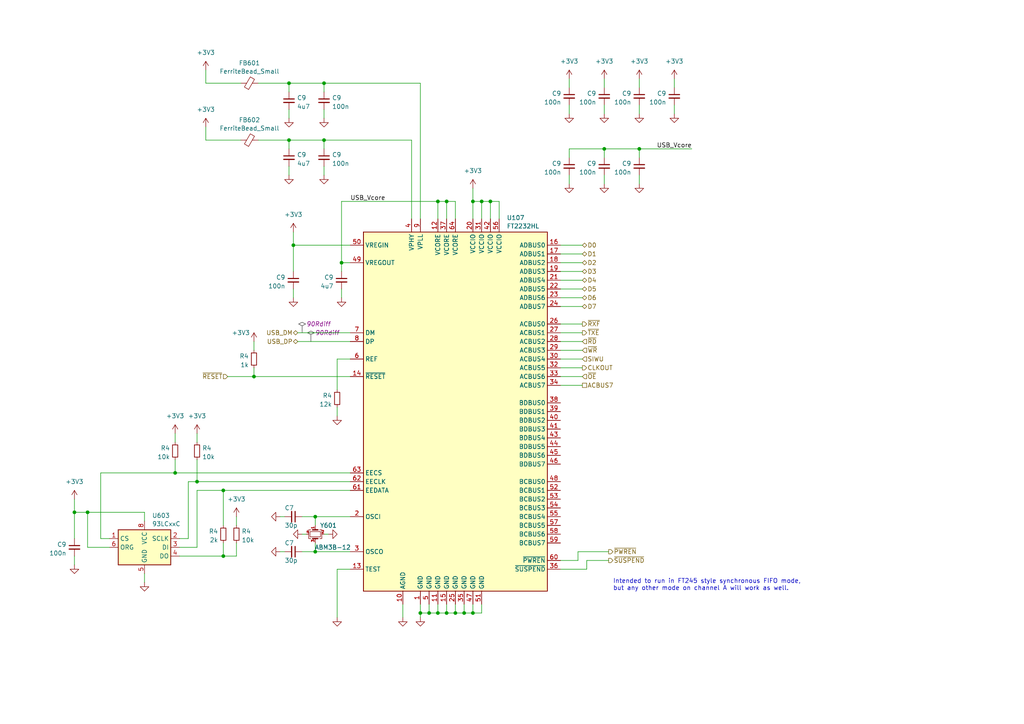
<source format=kicad_sch>
(kicad_sch (version 20230121) (generator eeschema)
  (paper "A4")
  (lib_symbols
    (symbol "Device:C_Small" (pin_numbers hide) (pin_names (offset 0.254) hide)
      (property "Reference" "C" (at 0.254 1.778 0))
      (property "Value" "C_Small" (at 0.254 -2.032 0))
      (symbol "C_Small_0_1"
        (polyline (pts (xy -1.524 -0.508) (xy 1.524 -0.508)) (stroke (width 0.3302)))
        (polyline (pts (xy -1.524 0.508) (xy 1.524 0.508)) (stroke (width 0.3048)))
      )
      (symbol "C_Small_1_1"
        (pin passive line (at 0 2.54 270) (length 2.032) (name "~") (number "1"))
        (pin passive line (at 0 -2.54 90) (length 2.032) (name "~") (number "2"))
      )
    )
    (symbol "Device:Crystal_GND24_Small" (pin_names (offset 1.016) hide)
      (property "Reference" "Y" (at 1.27 4.445 0))
      (property "Value" "Crystal_GND24_Small" (at 1.27 2.54 0))
      (symbol "Crystal_GND24_Small_0_1"
        (rectangle (start -0.762 -1.524) (end 0.762 1.524))
        (polyline (pts (xy -1.27 -0.762) (xy -1.27 0.762)) (stroke (width 0.381)))
        (polyline (pts (xy 1.27 -0.762) (xy 1.27 0.762)) (stroke (width 0.381)))
        (polyline (pts (xy -1.27 -1.27) (xy -1.27 -1.905) (xy 1.27 -1.905) (xy 1.27 -1.27)))
        (polyline (pts (xy -1.27 1.27) (xy -1.27 1.905) (xy 1.27 1.905) (xy 1.27 1.27)))
      )
      (symbol "Crystal_GND24_Small_1_1"
        (pin passive line (at -2.54 0 0) (length 1.27) (name "1") (number "1"))
        (pin passive line (at 0 -2.54 90) (length 0.635) (name "2") (number "2"))
        (pin passive line (at 2.54 0 180) (length 1.27) (name "3") (number "3"))
        (pin passive line (at 0 2.54 270) (length 0.635) (name "4") (number "4"))
      )
    )
    (symbol "Device:FerriteBead_Small" (pin_numbers hide) (pin_names (offset 0))
      (property "Reference" "FB" (at 1.905 1.27 0))
      (property "Value" "FerriteBead_Small" (at 1.905 -1.27 0))
      (symbol "FerriteBead_Small_0_1"
        (polyline (pts (xy 0 -1.27) (xy 0 -0.7874)))
        (polyline (pts (xy 0 0.889) (xy 0 1.2954)))
        (polyline (pts (xy -1.8288 0.2794) (xy -1.1176 1.4986) (xy 1.8288 -0.2032) (xy 1.1176 -1.4224) (xy -1.8288 0.2794)))
      )
      (symbol "FerriteBead_Small_1_1"
        (pin passive line (at 0 2.54 270) (length 1.27) (name "~") (number "1"))
        (pin passive line (at 0 -2.54 90) (length 1.27) (name "~") (number "2"))
      )
    )
    (symbol "Device:R_Small" (pin_numbers hide) (pin_names (offset 0.254) hide)
      (property "Reference" "R" (at 0.762 0.508 0))
      (property "Value" "R_Small" (at 0.762 -1.016 0))
      (symbol "R_Small_0_1"
        (rectangle (start -0.762 1.778) (end 0.762 -1.778) (stroke (width 0.2032)))
      )
      (symbol "R_Small_1_1"
        (pin passive line (at 0 2.54 270) (length 0.762) (name "~") (number "1"))
        (pin passive line (at 0 -2.54 90) (length 0.762) (name "~") (number "2"))
      )
    )
    (symbol "Interface_USB:FT2232HL"
      (property "Reference" "U" (at -26.67 53.34 0))
      (property "Value" "FT2232HL" (at 19.05 53.34 0))
      (symbol "FT2232HL_0_1"
        (rectangle (start -26.67 -52.07) (end 26.67 52.07) (stroke (width 0.254)) (fill (type background)))
      )
      (symbol "FT2232HL_1_1"
        (pin power_in line (at -10.16 -55.88 90) (length 3.81) (name "GND") (number "1"))
        (pin power_in line (at -15.24 -55.88 90) (length 3.81) (name "AGND") (number "10"))
        (pin power_in line (at -5.08 -55.88 90) (length 3.81) (name "GND") (number "11"))
        (pin power_in line (at -5.08 55.88 270) (length 3.81) (name "VCORE") (number "12"))
        (pin input line (at -30.48 -45.72 0) (length 3.81) (name "TEST") (number "13"))
        (pin input line (at -30.48 10.16 0) (length 3.81) (name "~{RESET}") (number "14"))
        (pin power_in line (at -2.54 -55.88 90) (length 3.81) (name "GND") (number "15"))
        (pin bidirectional line (at 30.48 48.26 180) (length 3.81) (name "ADBUS0") (number "16"))
        (pin bidirectional line (at 30.48 45.72 180) (length 3.81) (name "ADBUS1") (number "17"))
        (pin bidirectional line (at 30.48 43.18 180) (length 3.81) (name "ADBUS2") (number "18"))
        (pin bidirectional line (at 30.48 40.64 180) (length 3.81) (name "ADBUS3") (number "19"))
        (pin input line (at -30.48 -30.48 0) (length 3.81) (name "OSCI") (number "2"))
        (pin power_in line (at 5.08 55.88 270) (length 3.81) (name "VCCIO") (number "20"))
        (pin bidirectional line (at 30.48 38.1 180) (length 3.81) (name "ADBUS4") (number "21"))
        (pin bidirectional line (at 30.48 35.56 180) (length 3.81) (name "ADBUS5") (number "22"))
        (pin bidirectional line (at 30.48 33.02 180) (length 3.81) (name "ADBUS6") (number "23"))
        (pin bidirectional line (at 30.48 30.48 180) (length 3.81) (name "ADBUS7") (number "24"))
        (pin power_in line (at 0 -55.88 90) (length 3.81) (name "GND") (number "25"))
        (pin bidirectional line (at 30.48 25.4 180) (length 3.81) (name "ACBUS0") (number "26"))
        (pin bidirectional line (at 30.48 22.86 180) (length 3.81) (name "ACBUS1") (number "27"))
        (pin bidirectional line (at 30.48 20.32 180) (length 3.81) (name "ACBUS2") (number "28"))
        (pin bidirectional line (at 30.48 17.78 180) (length 3.81) (name "ACBUS3") (number "29"))
        (pin output line (at -30.48 -40.64 0) (length 3.81) (name "OSCO") (number "3"))
        (pin bidirectional line (at 30.48 15.24 180) (length 3.81) (name "ACBUS4") (number "30"))
        (pin power_in line (at 7.62 55.88 270) (length 3.81) (name "VCCIO") (number "31"))
        (pin bidirectional line (at 30.48 12.7 180) (length 3.81) (name "ACBUS5") (number "32"))
        (pin bidirectional line (at 30.48 10.16 180) (length 3.81) (name "ACBUS6") (number "33"))
        (pin bidirectional line (at 30.48 7.62 180) (length 3.81) (name "ACBUS7") (number "34"))
        (pin power_in line (at 2.54 -55.88 90) (length 3.81) (name "GND") (number "35"))
        (pin output line (at 30.48 -45.72 180) (length 3.81) (name "~{SUSPEND}") (number "36"))
        (pin power_in line (at -2.54 55.88 270) (length 3.81) (name "VCORE") (number "37"))
        (pin bidirectional line (at 30.48 2.54 180) (length 3.81) (name "BDBUS0") (number "38"))
        (pin bidirectional line (at 30.48 0 180) (length 3.81) (name "BDBUS1") (number "39"))
        (pin power_in line (at -12.7 55.88 270) (length 3.81) (name "VPHY") (number "4"))
        (pin bidirectional line (at 30.48 -2.54 180) (length 3.81) (name "BDBUS2") (number "40"))
        (pin bidirectional line (at 30.48 -5.08 180) (length 3.81) (name "BDBUS3") (number "41"))
        (pin power_in line (at 10.16 55.88 270) (length 3.81) (name "VCCIO") (number "42"))
        (pin bidirectional line (at 30.48 -7.62 180) (length 3.81) (name "BDBUS4") (number "43"))
        (pin bidirectional line (at 30.48 -10.16 180) (length 3.81) (name "BDBUS5") (number "44"))
        (pin bidirectional line (at 30.48 -12.7 180) (length 3.81) (name "BDBUS6") (number "45"))
        (pin bidirectional line (at 30.48 -15.24 180) (length 3.81) (name "BDBUS7") (number "46"))
        (pin power_in line (at 5.08 -55.88 90) (length 3.81) (name "GND") (number "47"))
        (pin bidirectional line (at 30.48 -20.32 180) (length 3.81) (name "BCBUS0") (number "48"))
        (pin power_out line (at -30.48 43.18 0) (length 3.81) (name "VREGOUT") (number "49"))
        (pin power_in line (at -7.62 -55.88 90) (length 3.81) (name "GND") (number "5"))
        (pin power_in line (at -30.48 48.26 0) (length 3.81) (name "VREGIN") (number "50"))
        (pin power_in line (at 7.62 -55.88 90) (length 3.81) (name "GND") (number "51"))
        (pin bidirectional line (at 30.48 -22.86 180) (length 3.81) (name "BCBUS1") (number "52"))
        (pin bidirectional line (at 30.48 -25.4 180) (length 3.81) (name "BCBUS2") (number "53"))
        (pin bidirectional line (at 30.48 -27.94 180) (length 3.81) (name "BCBUS3") (number "54"))
        (pin bidirectional line (at 30.48 -30.48 180) (length 3.81) (name "BCBUS4") (number "55"))
        (pin power_in line (at 12.7 55.88 270) (length 3.81) (name "VCCIO") (number "56"))
        (pin bidirectional line (at 30.48 -33.02 180) (length 3.81) (name "BCBUS5") (number "57"))
        (pin bidirectional line (at 30.48 -35.56 180) (length 3.81) (name "BCBUS6") (number "58"))
        (pin bidirectional line (at 30.48 -38.1 180) (length 3.81) (name "BCBUS7") (number "59"))
        (pin output line (at -30.48 15.24 0) (length 3.81) (name "REF") (number "6"))
        (pin output line (at 30.48 -43.18 180) (length 3.81) (name "~{PWREN}") (number "60"))
        (pin bidirectional line (at -30.48 -22.86 0) (length 3.81) (name "EEDATA") (number "61"))
        (pin output line (at -30.48 -20.32 0) (length 3.81) (name "EECLK") (number "62"))
        (pin output line (at -30.48 -17.78 0) (length 3.81) (name "EECS") (number "63"))
        (pin power_in line (at 0 55.88 270) (length 3.81) (name "VCORE") (number "64"))
        (pin bidirectional line (at -30.48 22.86 0) (length 3.81) (name "DM") (number "7"))
        (pin bidirectional line (at -30.48 20.32 0) (length 3.81) (name "DP") (number "8"))
        (pin input line (at -10.16 55.88 270) (length 3.81) (name "VPLL") (number "9"))
      )
    )
    (symbol "Memory_EEPROM:93LCxxC"
      (property "Reference" "U" (at -7.62 6.35 0))
      (property "Value" "93LCxxC" (at 2.54 -6.35 0))
      (symbol "93LCxxC_1_1"
        (rectangle (start -7.62 5.08) (end 7.62 -5.08) (stroke (width 0.254)) (fill (type background)))
        (pin input line (at -10.16 2.54 0) (length 2.54) (name "CS") (number "1"))
        (pin input line (at 10.16 2.54 180) (length 2.54) (name "SCLK") (number "2"))
        (pin input line (at 10.16 0 180) (length 2.54) (name "DI") (number "3"))
        (pin tri_state line (at 10.16 -2.54 180) (length 2.54) (name "DO") (number "4"))
        (pin power_in line (at 0 -7.62 90) (length 2.54) (name "GND") (number "5"))
        (pin input line (at -10.16 0 0) (length 2.54) (name "ORG") (number "6"))
        (pin no_connect line (at -7.62 -2.54 0) (length 2.54) hide (name "NC") (number "7"))
        (pin power_in line (at 0 7.62 270) (length 2.54) (name "VCC") (number "8"))
      )
    )
    (symbol "power:+3.3V" (power) (pin_names (offset 0))
      (property "Value" "+3.3V" (at 0 3.556 0))
      (symbol "+3.3V_0_1"
        (polyline (pts (xy -0.762 1.27) (xy 0 2.54)))
        (polyline (pts (xy 0 0) (xy 0 2.54)))
        (polyline (pts (xy 0 2.54) (xy 0.762 1.27)))
      )
      (symbol "+3.3V_1_1"
        (pin power_in line (at 0 0 90) (length 0) hide (name "+3V3") (number "1"))
      )
    )
    (symbol "power:GND" (power) (pin_names (offset 0))
      (property "Value" "GND" (at 0 -3.81 0))
      (symbol "GND_0_1"
        (polyline (pts (xy 0 0) (xy 0 -1.27) (xy 1.27 -1.27) (xy 0 -2.54) (xy -1.27 -1.27) (xy 0 -1.27)))
      )
      (symbol "GND_1_1"
        (pin power_in line (at 0 0 270) (length 0) hide (name "GND") (number "1"))
      )
    )
  )
  (junction (at 175.26 43.18))
  (junction (at 134.62 177.8))
  (junction (at 142.24 58.42))
  (junction (at 137.16 58.42))
  (junction (at 121.92 177.8))
  (junction (at 137.16 177.8))
  (junction (at 91.44 160.02))
  (junction (at 83.82 40.64))
  (junction (at 73.66 109.22))
  (junction (at 64.77 142.24))
  (junction (at 21.59 148.59))
  (junction (at 83.82 24.13))
  (junction (at 132.08 177.8))
  (junction (at 99.06 76.2))
  (junction (at 127 177.8))
  (junction (at 25.4 148.59))
  (junction (at 185.42 43.18))
  (junction (at 91.44 149.86))
  (junction (at 93.98 24.13))
  (junction (at 124.46 177.8))
  (junction (at 64.77 161.29))
  (junction (at 129.54 58.42))
  (junction (at 93.98 40.64))
  (junction (at 129.54 177.8))
  (junction (at 139.7 58.42))
  (junction (at 85.09 71.12))
  (junction (at 127 58.42))
  (junction (at 57.15 139.7))
  (junction (at 50.8 137.16))
  (wire (pts (xy 54.61 156.21) (xy 52.07 156.21)))
  (wire (pts (xy 165.1 43.18) (xy 165.1 45.72)))
  (wire (pts (xy 97.79 113.03) (xy 97.79 104.14)))
  (wire (pts (xy 162.56 76.2) (xy 168.91 76.2)))
  (wire (pts (xy 127 175.26) (xy 127 177.8)))
  (wire (pts (xy 93.98 31.75) (xy 93.98 34.29)))
  (wire (pts (xy 127 58.42) (xy 129.54 58.42)))
  (wire (pts (xy 129.54 177.8) (xy 127 177.8)))
  (wire (pts (xy 68.58 157.48) (xy 68.58 161.29)))
  (wire (pts (xy 91.44 160.02) (xy 101.6 160.02)))
  (wire (pts (xy 68.58 152.4) (xy 68.58 149.86)))
  (wire (pts (xy 64.77 142.24) (xy 64.77 152.4)))
  (wire (pts (xy 83.82 40.64) (xy 74.93 40.64)))
  (wire (pts (xy 82.55 160.02) (xy 81.28 160.02)))
  (wire (pts (xy 50.8 133.35) (xy 50.8 137.16)))
  (wire (pts (xy 97.79 118.11) (xy 97.79 120.65)))
  (wire (pts (xy 57.15 128.27) (xy 57.15 125.73)))
  (wire (pts (xy 139.7 175.26) (xy 139.7 177.8)))
  (wire (pts (xy 97.79 165.1) (xy 97.79 179.07)))
  (wire (pts (xy 93.98 40.64) (xy 119.38 40.64)))
  (wire (pts (xy 86.36 96.52) (xy 101.6 96.52)))
  (wire (pts (xy 129.54 175.26) (xy 129.54 177.8)))
  (wire (pts (xy 195.58 22.86) (xy 195.58 25.4)))
  (wire (pts (xy 99.06 76.2) (xy 101.6 76.2)))
  (wire (pts (xy 83.82 26.67) (xy 83.82 24.13)))
  (wire (pts (xy 50.8 137.16) (xy 29.21 137.16)))
  (wire (pts (xy 91.44 157.48) (xy 91.44 160.02)))
  (wire (pts (xy 99.06 76.2) (xy 99.06 58.42)))
  (wire (pts (xy 162.56 101.6) (xy 168.91 101.6)))
  (wire (pts (xy 41.91 148.59) (xy 25.4 148.59)))
  (wire (pts (xy 134.62 177.8) (xy 132.08 177.8)))
  (wire (pts (xy 162.56 78.74) (xy 168.91 78.74)))
  (wire (pts (xy 121.92 175.26) (xy 121.92 177.8)))
  (wire (pts (xy 101.6 109.22) (xy 73.66 109.22)))
  (wire (pts (xy 99.06 83.82) (xy 99.06 86.36)))
  (wire (pts (xy 170.18 162.56) (xy 176.53 162.56)))
  (wire (pts (xy 41.91 166.37) (xy 41.91 168.91)))
  (wire (pts (xy 69.85 40.64) (xy 59.69 40.64)))
  (wire (pts (xy 162.56 88.9) (xy 168.91 88.9)))
  (wire (pts (xy 134.62 175.26) (xy 134.62 177.8)))
  (wire (pts (xy 93.98 154.94) (xy 95.25 154.94)))
  (wire (pts (xy 93.98 48.26) (xy 93.98 50.8)))
  (wire (pts (xy 93.98 26.67) (xy 93.98 24.13)))
  (wire (pts (xy 162.56 71.12) (xy 168.91 71.12)))
  (wire (pts (xy 162.56 109.22) (xy 168.91 109.22)))
  (wire (pts (xy 175.26 43.18) (xy 175.26 45.72)))
  (wire (pts (xy 93.98 24.13) (xy 83.82 24.13)))
  (wire (pts (xy 139.7 177.8) (xy 137.16 177.8)))
  (wire (pts (xy 129.54 58.42) (xy 129.54 63.5)))
  (wire (pts (xy 69.85 24.13) (xy 59.69 24.13)))
  (wire (pts (xy 50.8 128.27) (xy 50.8 125.73)))
  (wire (pts (xy 162.56 106.68) (xy 168.91 106.68)))
  (wire (pts (xy 165.1 50.8) (xy 165.1 53.34)))
  (wire (pts (xy 162.56 93.98) (xy 168.91 93.98)))
  (wire (pts (xy 170.18 162.56) (xy 170.18 165.1)))
  (wire (pts (xy 170.18 165.1) (xy 162.56 165.1)))
  (wire (pts (xy 137.16 58.42) (xy 137.16 63.5)))
  (wire (pts (xy 93.98 43.18) (xy 93.98 40.64)))
  (wire (pts (xy 144.78 63.5) (xy 144.78 58.42)))
  (wire (pts (xy 162.56 86.36) (xy 168.91 86.36)))
  (wire (pts (xy 119.38 40.64) (xy 119.38 63.5)))
  (wire (pts (xy 87.63 160.02) (xy 91.44 160.02)))
  (wire (pts (xy 162.56 81.28) (xy 168.91 81.28)))
  (wire (pts (xy 175.26 22.86) (xy 175.26 25.4)))
  (wire (pts (xy 57.15 139.7) (xy 54.61 139.7)))
  (wire (pts (xy 25.4 148.59) (xy 21.59 148.59)))
  (wire (pts (xy 25.4 158.75) (xy 25.4 148.59)))
  (wire (pts (xy 129.54 58.42) (xy 132.08 58.42)))
  (wire (pts (xy 52.07 158.75) (xy 57.15 158.75)))
  (wire (pts (xy 185.42 43.18) (xy 200.66 43.18)))
  (wire (pts (xy 162.56 83.82) (xy 168.91 83.82)))
  (wire (pts (xy 21.59 161.29) (xy 21.59 163.83)))
  (wire (pts (xy 116.84 175.26) (xy 116.84 179.07)))
  (wire (pts (xy 85.09 83.82) (xy 85.09 86.36)))
  (wire (pts (xy 91.44 149.86) (xy 101.6 149.86)))
  (wire (pts (xy 54.61 139.7) (xy 54.61 156.21)))
  (wire (pts (xy 87.63 149.86) (xy 91.44 149.86)))
  (wire (pts (xy 73.66 109.22) (xy 73.66 106.68)))
  (wire (pts (xy 85.09 71.12) (xy 101.6 71.12)))
  (wire (pts (xy 101.6 165.1) (xy 97.79 165.1)))
  (wire (pts (xy 21.59 148.59) (xy 21.59 156.21)))
  (wire (pts (xy 162.56 111.76) (xy 168.91 111.76)))
  (wire (pts (xy 137.16 54.61) (xy 137.16 58.42)))
  (wire (pts (xy 99.06 78.74) (xy 99.06 76.2)))
  (wire (pts (xy 124.46 177.8) (xy 121.92 177.8)))
  (wire (pts (xy 167.64 162.56) (xy 162.56 162.56)))
  (wire (pts (xy 57.15 142.24) (xy 64.77 142.24)))
  (wire (pts (xy 64.77 161.29) (xy 64.77 157.48)))
  (wire (pts (xy 86.36 99.06) (xy 101.6 99.06)))
  (wire (pts (xy 142.24 58.42) (xy 139.7 58.42)))
  (wire (pts (xy 59.69 36.83) (xy 59.69 40.64)))
  (wire (pts (xy 31.75 156.21) (xy 29.21 156.21)))
  (wire (pts (xy 85.09 67.31) (xy 85.09 71.12)))
  (wire (pts (xy 101.6 139.7) (xy 57.15 139.7)))
  (wire (pts (xy 85.09 71.12) (xy 85.09 78.74)))
  (wire (pts (xy 83.82 31.75) (xy 83.82 34.29)))
  (wire (pts (xy 142.24 63.5) (xy 142.24 58.42)))
  (wire (pts (xy 132.08 177.8) (xy 129.54 177.8)))
  (wire (pts (xy 83.82 24.13) (xy 74.93 24.13)))
  (wire (pts (xy 139.7 58.42) (xy 137.16 58.42)))
  (wire (pts (xy 132.08 175.26) (xy 132.08 177.8)))
  (wire (pts (xy 57.15 133.35) (xy 57.15 139.7)))
  (wire (pts (xy 162.56 104.14) (xy 168.91 104.14)))
  (wire (pts (xy 127 58.42) (xy 127 63.5)))
  (wire (pts (xy 165.1 30.48) (xy 165.1 33.02)))
  (wire (pts (xy 185.42 50.8) (xy 185.42 53.34)))
  (wire (pts (xy 50.8 137.16) (xy 101.6 137.16)))
  (wire (pts (xy 68.58 161.29) (xy 64.77 161.29)))
  (wire (pts (xy 41.91 151.13) (xy 41.91 148.59)))
  (wire (pts (xy 93.98 24.13) (xy 121.92 24.13)))
  (wire (pts (xy 64.77 142.24) (xy 101.6 142.24)))
  (wire (pts (xy 165.1 43.18) (xy 175.26 43.18)))
  (wire (pts (xy 195.58 30.48) (xy 195.58 33.02)))
  (wire (pts (xy 82.55 149.86) (xy 81.28 149.86)))
  (wire (pts (xy 93.98 40.64) (xy 83.82 40.64)))
  (wire (pts (xy 132.08 58.42) (xy 132.08 63.5)))
  (wire (pts (xy 97.79 104.14) (xy 101.6 104.14)))
  (wire (pts (xy 137.16 175.26) (xy 137.16 177.8)))
  (wire (pts (xy 21.59 144.78) (xy 21.59 148.59)))
  (wire (pts (xy 91.44 152.4) (xy 91.44 149.86)))
  (wire (pts (xy 59.69 20.32) (xy 59.69 24.13)))
  (wire (pts (xy 137.16 177.8) (xy 134.62 177.8)))
  (wire (pts (xy 167.64 160.02) (xy 176.53 160.02)))
  (wire (pts (xy 66.04 109.22) (xy 73.66 109.22)))
  (wire (pts (xy 29.21 156.21) (xy 29.21 137.16)))
  (wire (pts (xy 88.9 154.94) (xy 87.63 154.94)))
  (wire (pts (xy 31.75 158.75) (xy 25.4 158.75)))
  (wire (pts (xy 185.42 30.48) (xy 185.42 33.02)))
  (wire (pts (xy 162.56 73.66) (xy 168.91 73.66)))
  (wire (pts (xy 73.66 99.06) (xy 73.66 101.6)))
  (wire (pts (xy 121.92 24.13) (xy 121.92 63.5)))
  (wire (pts (xy 139.7 63.5) (xy 139.7 58.42)))
  (wire (pts (xy 83.82 43.18) (xy 83.82 40.64)))
  (wire (pts (xy 175.26 43.18) (xy 185.42 43.18)))
  (wire (pts (xy 175.26 30.48) (xy 175.26 33.02)))
  (wire (pts (xy 175.26 50.8) (xy 175.26 53.34)))
  (wire (pts (xy 57.15 158.75) (xy 57.15 142.24)))
  (wire (pts (xy 185.42 22.86) (xy 185.42 25.4)))
  (wire (pts (xy 124.46 175.26) (xy 124.46 177.8)))
  (wire (pts (xy 162.56 96.52) (xy 168.91 96.52)))
  (wire (pts (xy 52.07 161.29) (xy 64.77 161.29)))
  (wire (pts (xy 144.78 58.42) (xy 142.24 58.42)))
  (wire (pts (xy 162.56 99.06) (xy 168.91 99.06)))
  (wire (pts (xy 99.06 58.42) (xy 127 58.42)))
  (wire (pts (xy 185.42 43.18) (xy 185.42 45.72)))
  (wire (pts (xy 165.1 22.86) (xy 165.1 25.4)))
  (wire (pts (xy 127 177.8) (xy 124.46 177.8)))
  (wire (pts (xy 167.64 160.02) (xy 167.64 162.56)))
  (wire (pts (xy 121.92 177.8) (xy 121.92 179.07)))
  (wire (pts (xy 83.82 48.26) (xy 83.82 50.8)))
  (text "Intended to run in FT245 style synchronous FIFO mode,\nbut any other mode on channel A will work as well." (at 177.8 171.45 0) (effects (font (size 1.27 1.27)) (justify left bottom)))
  (label "USB_Vcore" (at 200.66 43.18 180))
  (label "USB_Vcore" (at 101.6 58.42 0))
  (hierarchical_label "~{RESET}" (shape input) (at 66.04 109.22 180))
  (hierarchical_label "SIWU" (shape input) (at 168.91 104.14 0))
  (hierarchical_label "USB_DM" (shape bidirectional) (at 86.36 96.52 180))
  (hierarchical_label "D1" (shape bidirectional) (at 168.91 73.66 0))
  (hierarchical_label "ACBUS7" (shape passive) (at 168.91 111.76 0))
  (hierarchical_label "D6" (shape bidirectional) (at 168.91 86.36 0))
  (hierarchical_label "~{RXF}" (shape output) (at 168.91 93.98 0))
  (hierarchical_label "~{TXE}" (shape output) (at 168.91 96.52 0))
  (hierarchical_label "USB_DP" (shape bidirectional) (at 86.36 99.06 180))
  (hierarchical_label "~{SUSPEND}" (shape output) (at 176.53 162.56 0))
  (hierarchical_label "D2" (shape bidirectional) (at 168.91 76.2 0))
  (hierarchical_label "CLKOUT" (shape output) (at 168.91 106.68 0))
  (hierarchical_label "~{OE}" (shape input) (at 168.91 109.22 0))
  (hierarchical_label "~{PWREN}" (shape output) (at 176.53 160.02 0))
  (hierarchical_label "D4" (shape bidirectional) (at 168.91 81.28 0))
  (hierarchical_label "~{RD}" (shape input) (at 168.91 99.06 0))
  (hierarchical_label "~{WR}" (shape input) (at 168.91 101.6 0))
  (hierarchical_label "D7" (shape bidirectional) (at 168.91 88.9 0))
  (hierarchical_label "D0" (shape bidirectional) (at 168.91 71.12 0))
  (hierarchical_label "D5" (shape bidirectional) (at 168.91 83.82 0))
  (hierarchical_label "D3" (shape bidirectional) (at 168.91 78.74 0))
  (netclass_flag "" (length 2.54) (shape diamond) (at 87.63 96.52 0) (property "Netclass" "90Rdiff" (at 88.8365 93.98 0) (effects (font italic) (justify left))))
  (netclass_flag "" (length 2.54) (shape diamond) (at 90.17 99.06 0) (property "Netclass" "90Rdiff" (at 91.3765 96.52 0) (effects (font italic) (justify left))))
  (symbol (lib_id "power:GND") (at 97.79 120.65 0) (unit 1)
    (property "Reference" "#PWR014" (effects hide))
    (property "Value" "GND" (effects hide))
    (instances (project "that_fpga_thing" (path "" (reference "#PWR014") (unit 1))) (project "m1s-fpga-addon" (path "" (reference "#PWR0128") (unit 1)) (path "" (reference "#PWR0622") (unit 1))))
  )
  (symbol (lib_id "power:+3.3V") (at 165.1 22.86 0) (unit 1)
    (property "Reference" "#PWR0110" (effects hide))
    (property "Value" "+3.3V" (at 165.1 17.78 0))
    (instances (project "m1s-fpga-addon" (path "" (reference "#PWR0110") (unit 1)) (path "" (reference "#PWR0605") (unit 1))))
  )
  (symbol (lib_id "power:+3.3V") (at 137.16 54.61 0) (unit 1)
    (property "Reference" "#PWR0110" (effects hide))
    (property "Value" "+3.3V" (at 137.16 49.53 0))
    (instances (project "m1s-fpga-addon" (path "" (reference "#PWR0110") (unit 1)) (path "" (reference "#PWR0604") (unit 1))))
  )
  (symbol (lib_id "Memory_EEPROM:93LCxxC") (at 41.91 158.75 0) (unit 1)
    (property "Reference" "U603" (at 44.1041 149.5257 0) (effects (justify left)))
    (property "Value" "93LCxxC" (at 44.1041 151.9499 0) (effects (justify left)))
    (property "Footprint" "Package_SO:SO-8_3.9x4.9mm_P1.27mm" (effects hide))
    (property "Datasheet" "http://ww1.microchip.com/downloads/en/DeviceDoc/20001749K.pdf" (effects hide))
  )
  (symbol (lib_id "power:GND") (at 116.84 179.07 0) (unit 1)
    (property "Reference" "#PWR014" (effects hide))
    (property "Value" "GND" (effects hide))
    (instances (project "that_fpga_thing" (path "" (reference "#PWR014") (unit 1))) (project "m1s-fpga-addon" (path "" (reference "#PWR0128") (unit 1)) (path "" (reference "#PWR0630") (unit 1))))
  )
  (symbol (lib_id "Device:C_Small") (at 83.82 45.72 0) (unit 1)
    (property "Reference" "C9" (at 86.1441 44.8916 0) (effects (justify left)))
    (property "Value" "4u7" (at 86.1441 47.4285 0) (effects (justify left)))
    (property "Footprint" "Capacitor_SMD:C_0603_1608Metric" (effects hide))
    (property "LCSC" "C19666" (effects hide))
    (instances (project "that_fpga_thing" (path "" (reference "C9") (unit 1))) (project "m1s-fpga-addon" (path "" (reference "C108") (unit 1)) (path "" (reference "C612") (unit 1))))
  )
  (symbol (lib_id "Device:R_Small") (at 50.8 130.81 0) (mirror x) (unit 1)
    (property "Reference" "R4" (at 49.3014 129.9753 0) (effects (justify right)))
    (property "Value" "10k" (at 49.3014 132.5122 0) (effects (justify right)))
    (property "Footprint" "Resistor_SMD:R_0603_1608Metric" (effects hide))
    (property "LCSC" "C25804" (effects hide))
    (instances (project "that_fpga_thing" (path "" (reference "R4") (unit 1))) (project "m1s-fpga-addon" (path "" (reference "R104") (unit 1)) (path "" (reference "R605") (unit 1))))
  )
  (symbol (lib_id "power:GND") (at 121.92 179.07 0) (unit 1)
    (property "Reference" "#PWR014" (effects hide))
    (property "Value" "GND" (effects hide))
    (instances (project "that_fpga_thing" (path "" (reference "#PWR014") (unit 1))) (project "m1s-fpga-addon" (path "" (reference "#PWR0128") (unit 1)) (path "" (reference "#PWR0631") (unit 1))))
  )
  (symbol (lib_id "Device:C_Small") (at 165.1 48.26 0) (mirror y) (unit 1)
    (property "Reference" "C9" (at 162.7759 47.4316 0) (effects (justify left)))
    (property "Value" "100n" (at 162.7759 49.9685 0) (effects (justify left)))
    (property "Footprint" "Capacitor_SMD:C_0603_1608Metric" (effects hide))
    (property "LCSC" "C14663" (effects hide))
    (instances (project "that_fpga_thing" (path "" (reference "C9") (unit 1))) (project "m1s-fpga-addon" (path "" (reference "C108") (unit 1)) (path "" (reference "C607") (unit 1))))
  )
  (symbol (lib_id "power:GND") (at 83.82 34.29 0) (unit 1)
    (property "Reference" "#PWR014" (effects hide))
    (property "Value" "GND" (effects hide))
    (instances (project "that_fpga_thing" (path "" (reference "#PWR014") (unit 1))) (project "m1s-fpga-addon" (path "" (reference "#PWR0128") (unit 1)) (path "" (reference "#PWR0615") (unit 1))))
  )
  (symbol (lib_id "Device:C_Small") (at 21.59 158.75 0) (mirror y) (unit 1)
    (property "Reference" "C9" (at 19.2659 157.9216 0) (effects (justify left)))
    (property "Value" "100n" (at 19.2659 160.4585 0) (effects (justify left)))
    (property "Footprint" "Capacitor_SMD:C_0603_1608Metric" (effects hide))
    (property "LCSC" "C14663" (effects hide))
    (instances (project "that_fpga_thing" (path "" (reference "C9") (unit 1))) (project "m1s-fpga-addon" (path "" (reference "C108") (unit 1)) (path "" (reference "C614") (unit 1))))
  )
  (symbol (lib_id "power:GND") (at 21.59 163.83 0) (unit 1)
    (property "Reference" "#PWR014" (effects hide))
    (property "Value" "GND" (effects hide))
    (instances (project "that_fpga_thing" (path "" (reference "#PWR014") (unit 1))) (project "m1s-fpga-addon" (path "" (reference "#PWR0128") (unit 1)) (path "" (reference "#PWR0625") (unit 1))))
  )
  (symbol (lib_id "power:GND") (at 87.63 154.94 270) (mirror x) (unit 1)
    (property "Reference" "#PWR014" (effects hide))
    (property "Value" "GND" (effects hide))
    (instances (project "that_fpga_thing" (path "" (reference "#PWR014") (unit 1))) (project "m1s-fpga-addon" (path "" (reference "#PWR0128") (unit 1)) (path "" (reference "#PWR0634") (unit 1))))
  )
  (symbol (lib_id "power:+3.3V") (at 85.09 67.31 0) (unit 1)
    (property "Reference" "#PWR0110" (effects hide))
    (property "Value" "+3.3V" (at 85.09 62.23 0))
    (instances (project "m1s-fpga-addon" (path "" (reference "#PWR0110") (unit 1)) (path "" (reference "#PWR0601") (unit 1))))
  )
  (symbol (lib_id "power:+3.3V") (at 195.58 22.86 0) (unit 1)
    (property "Reference" "#PWR0110" (effects hide))
    (property "Value" "+3.3V" (at 195.58 17.78 0))
    (instances (project "m1s-fpga-addon" (path "" (reference "#PWR0110") (unit 1)) (path "" (reference "#PWR0608") (unit 1))))
  )
  (symbol (lib_id "power:GND") (at 95.25 154.94 90) (unit 1)
    (property "Reference" "#PWR014" (effects hide))
    (property "Value" "GND" (effects hide))
    (instances (project "that_fpga_thing" (path "" (reference "#PWR014") (unit 1))) (project "m1s-fpga-addon" (path "" (reference "#PWR0128") (unit 1)) (path "" (reference "#PWR0633") (unit 1))))
  )
  (symbol (lib_id "power:+3.3V") (at 59.69 36.83 0) (unit 1)
    (property "Reference" "#PWR0110" (effects hide))
    (property "Value" "+3.3V" (at 59.69 31.75 0))
    (instances (project "m1s-fpga-addon" (path "" (reference "#PWR0110") (unit 1)) (path "" (reference "#PWR0619") (unit 1))))
  )
  (symbol (lib_id "power:+3.3V") (at 68.58 149.86 0) (unit 1)
    (property "Reference" "#PWR0110" (effects hide))
    (property "Value" "+3.3V" (at 68.58 144.78 0))
    (instances (project "m1s-fpga-addon" (path "" (reference "#PWR0110") (unit 1)) (path "" (reference "#PWR0626") (unit 1))))
  )
  (symbol (lib_id "Device:C_Small") (at 195.58 27.94 0) (mirror y) (unit 1)
    (property "Reference" "C9" (at 193.2559 27.1116 0) (effects (justify left)))
    (property "Value" "100n" (at 193.2559 29.6485 0) (effects (justify left)))
    (property "Footprint" "Capacitor_SMD:C_0603_1608Metric" (effects hide))
    (property "LCSC" "C14663" (effects hide))
    (instances (project "that_fpga_thing" (path "" (reference "C9") (unit 1))) (project "m1s-fpga-addon" (path "" (reference "C108") (unit 1)) (path "" (reference "C606") (unit 1))))
  )
  (symbol (lib_id "Device:R_Small") (at 64.77 154.94 0) (mirror x) (unit 1)
    (property "Reference" "R4" (at 63.2714 154.1053 0) (effects (justify right)))
    (property "Value" "2k" (at 63.2714 156.6422 0) (effects (justify right)))
    (property "Footprint" "Resistor_SMD:R_0603_1608Metric" (effects hide))
    (property "LCSC" "C22975" (effects hide))
    (instances (project "that_fpga_thing" (path "" (reference "R4") (unit 1))) (project "m1s-fpga-addon" (path "" (reference "R104") (unit 1)) (path "" (reference "R603") (unit 1))))
  )
  (symbol (lib_id "power:GND") (at 97.79 179.07 0) (unit 1)
    (property "Reference" "#PWR014" (effects hide))
    (property "Value" "GND" (effects hide))
    (instances (project "that_fpga_thing" (path "" (reference "#PWR014") (unit 1))) (project "m1s-fpga-addon" (path "" (reference "#PWR0128") (unit 1)) (path "" (reference "#PWR0632") (unit 1))))
  )
  (symbol (lib_id "Device:C_Small") (at 185.42 48.26 0) (mirror y) (unit 1)
    (property "Reference" "C9" (at 183.0959 47.4316 0) (effects (justify left)))
    (property "Value" "100n" (at 183.0959 49.9685 0) (effects (justify left)))
    (property "Footprint" "Capacitor_SMD:C_0603_1608Metric" (effects hide))
    (property "LCSC" "C14663" (effects hide))
    (instances (project "that_fpga_thing" (path "" (reference "C9") (unit 1))) (project "m1s-fpga-addon" (path "" (reference "C108") (unit 1)) (path "" (reference "C609") (unit 1))))
  )
  (symbol (lib_id "power:+3.3V") (at 50.8 125.73 0) (mirror y) (unit 1)
    (property "Reference" "#PWR0110" (effects hide))
    (property "Value" "+3.3V" (at 50.8 120.65 0))
    (instances (project "m1s-fpga-addon" (path "" (reference "#PWR0110") (unit 1)) (path "" (reference "#PWR0627") (unit 1))))
  )
  (symbol (lib_id "power:+3.3V") (at 175.26 22.86 0) (unit 1)
    (property "Reference" "#PWR0110" (effects hide))
    (property "Value" "+3.3V" (at 175.26 17.78 0))
    (instances (project "m1s-fpga-addon" (path "" (reference "#PWR0110") (unit 1)) (path "" (reference "#PWR0606") (unit 1))))
  )
  (symbol (lib_id "power:+3.3V") (at 57.15 125.73 0) (unit 1)
    (property "Reference" "#PWR0110" (effects hide))
    (property "Value" "+3.3V" (at 57.15 120.65 0))
    (instances (project "m1s-fpga-addon" (path "" (reference "#PWR0110") (unit 1)) (path "" (reference "#PWR0628") (unit 1))))
  )
  (symbol (lib_id "power:GND") (at 175.26 33.02 0) (unit 1)
    (property "Reference" "#PWR014" (effects hide))
    (property "Value" "GND" (effects hide))
    (instances (project "that_fpga_thing" (path "" (reference "#PWR014") (unit 1))) (project "m1s-fpga-addon" (path "" (reference "#PWR0128") (unit 1)) (path "" (reference "#PWR0610") (unit 1))))
  )
  (symbol (lib_id "power:GND") (at 93.98 50.8 0) (unit 1)
    (property "Reference" "#PWR014" (effects hide))
    (property "Value" "GND" (effects hide))
    (instances (project "that_fpga_thing" (path "" (reference "#PWR014") (unit 1))) (project "m1s-fpga-addon" (path "" (reference "#PWR0128") (unit 1)) (path "" (reference "#PWR0621") (unit 1))))
  )
  (symbol (lib_id "Device:FerriteBead_Small") (at 72.39 24.13 90) (unit 1)
    (property "Reference" "FB601" (at 72.3519 18.2839 90))
    (property "Value" "FerriteBead_Small" (at 72.3519 20.7081 90))
    (property "Footprint" "Capacitor_SMD:C_0603_1608Metric" (effects hide))
    (property "LCSC" "C1002" (effects hide))
  )
  (symbol (lib_id "Device:R_Small") (at 73.66 104.14 0) (mirror x) (unit 1)
    (property "Reference" "R4" (at 72.1614 103.3053 0) (effects (justify right)))
    (property "Value" "1k" (at 72.1614 105.8422 0) (effects (justify right)))
    (property "Footprint" "Resistor_SMD:R_0603_1608Metric" (effects hide))
    (property "LCSC" "C21190" (effects hide))
    (instances (project "that_fpga_thing" (path "" (reference "R4") (unit 1))) (project "m1s-fpga-addon" (path "" (reference "R104") (unit 1)) (path "" (reference "R602") (unit 1))))
  )
  (symbol (lib_id "power:GND") (at 185.42 33.02 0) (unit 1)
    (property "Reference" "#PWR014" (effects hide))
    (property "Value" "GND" (effects hide))
    (instances (project "that_fpga_thing" (path "" (reference "#PWR014") (unit 1))) (project "m1s-fpga-addon" (path "" (reference "#PWR0128") (unit 1)) (path "" (reference "#PWR0611") (unit 1))))
  )
  (symbol (lib_id "power:+3.3V") (at 73.66 99.06 0) (unit 1)
    (property "Reference" "#PWR0110" (effects hide))
    (property "Value" "+3.3V" (at 69.85 96.52 0))
    (instances (project "m1s-fpga-addon" (path "" (reference "#PWR0110") (unit 1)) (path "" (reference "#PWR0623") (unit 1))))
  )
  (symbol (lib_id "power:GND") (at 165.1 53.34 0) (unit 1)
    (property "Reference" "#PWR014" (effects hide))
    (property "Value" "GND" (effects hide))
    (instances (project "that_fpga_thing" (path "" (reference "#PWR014") (unit 1))) (project "m1s-fpga-addon" (path "" (reference "#PWR0128") (unit 1)) (path "" (reference "#PWR0614") (unit 1))))
  )
  (symbol (lib_id "Device:C_Small") (at 85.09 160.02 270) (mirror x) (unit 1)
    (property "Reference" "C7" (at 82.55 157.48 90) (effects (justify left)))
    (property "Value" "30p" (at 82.55 162.56 90) (effects (justify left)))
    (property "Footprint" "Capacitor_SMD:C_0603_1608Metric" (effects hide))
    (property "LCSC" "C1658" (effects hide))
    (instances (project "that_fpga_thing" (path "" (reference "C7") (unit 1))) (project "m1s-fpga-addon" (path "" (reference "C107") (unit 1)) (path "" (reference "C616") (unit 1))))
  )
  (symbol (lib_id "Device:C_Small") (at 85.09 149.86 270) (mirror x) (unit 1)
    (property "Reference" "C7" (at 82.55 147.32 90) (effects (justify left)))
    (property "Value" "30p" (at 82.55 152.4 90) (effects (justify left)))
    (property "Footprint" "Capacitor_SMD:C_0603_1608Metric" (effects hide))
    (property "LCSC" "C1658" (effects hide))
    (instances (project "that_fpga_thing" (path "" (reference "C7") (unit 1))) (project "m1s-fpga-addon" (path "" (reference "C107") (unit 1)) (path "" (reference "C615") (unit 1))))
  )
  (symbol (lib_id "Device:R_Small") (at 57.15 130.81 180) (unit 1)
    (property "Reference" "R4" (at 58.6486 129.9753 0) (effects (justify right)))
    (property "Value" "10k" (at 58.6486 132.5122 0) (effects (justify right)))
    (property "Footprint" "Resistor_SMD:R_0603_1608Metric" (effects hide))
    (property "LCSC" "C25804" (effects hide))
    (instances (project "that_fpga_thing" (path "" (reference "R4") (unit 1))) (project "m1s-fpga-addon" (path "" (reference "R104") (unit 1)) (path "" (reference "R606") (unit 1))))
  )
  (symbol (lib_id "Device:C_Small") (at 175.26 48.26 0) (mirror y) (unit 1)
    (property "Reference" "C9" (at 172.9359 47.4316 0) (effects (justify left)))
    (property "Value" "100n" (at 172.9359 49.9685 0) (effects (justify left)))
    (property "Footprint" "Capacitor_SMD:C_0603_1608Metric" (effects hide))
    (property "LCSC" "C14663" (effects hide))
    (instances (project "that_fpga_thing" (path "" (reference "C9") (unit 1))) (project "m1s-fpga-addon" (path "" (reference "C108") (unit 1)) (path "" (reference "C608") (unit 1))))
  )
  (symbol (lib_id "power:GND") (at 165.1 33.02 0) (unit 1)
    (property "Reference" "#PWR014" (effects hide))
    (property "Value" "GND" (effects hide))
    (instances (project "that_fpga_thing" (path "" (reference "#PWR014") (unit 1))) (project "m1s-fpga-addon" (path "" (reference "#PWR0128") (unit 1)) (path "" (reference "#PWR0609") (unit 1))))
  )
  (symbol (lib_id "Device:C_Small") (at 93.98 29.21 0) (unit 1)
    (property "Reference" "C9" (at 96.3041 28.3816 0) (effects (justify left)))
    (property "Value" "100n" (at 96.3041 30.9185 0) (effects (justify left)))
    (property "Footprint" "Capacitor_SMD:C_0603_1608Metric" (effects hide))
    (property "LCSC" "C14663" (effects hide))
    (instances (project "that_fpga_thing" (path "" (reference "C9") (unit 1))) (project "m1s-fpga-addon" (path "" (reference "C108") (unit 1)) (path "" (reference "C611") (unit 1))))
  )
  (symbol (lib_id "Device:C_Small") (at 175.26 27.94 0) (mirror y) (unit 1)
    (property "Reference" "C9" (at 172.9359 27.1116 0) (effects (justify left)))
    (property "Value" "100n" (at 172.9359 29.6485 0) (effects (justify left)))
    (property "Footprint" "Capacitor_SMD:C_0603_1608Metric" (effects hide))
    (property "LCSC" "C14663" (effects hide))
    (instances (project "that_fpga_thing" (path "" (reference "C9") (unit 1))) (project "m1s-fpga-addon" (path "" (reference "C108") (unit 1)) (path "" (reference "C604") (unit 1))))
  )
  (symbol (lib_id "power:GND") (at 85.09 86.36 0) (unit 1)
    (property "Reference" "#PWR014" (effects hide))
    (property "Value" "GND" (effects hide))
    (instances (project "that_fpga_thing" (path "" (reference "#PWR014") (unit 1))) (project "m1s-fpga-addon" (path "" (reference "#PWR0128") (unit 1)) (path "" (reference "#PWR0602") (unit 1))))
  )
  (symbol (lib_id "Device:Crystal_GND24_Small") (at 91.44 154.94 90) (mirror x) (unit 1)
    (property "Reference" "Y601" (at 95.25 152.4 90))
    (property "Value" "ABM3B-12" (at 96.52 158.75 90))
    (property "Footprint" "Crystal:Crystal_SMD_Abracon_ABM3B-4Pin_5.0x3.2mm" (effects hide))
  )
  (symbol (lib_id "Device:FerriteBead_Small") (at 72.39 40.64 90) (unit 1)
    (property "Reference" "FB602" (at 72.3519 34.7939 90))
    (property "Value" "FerriteBead_Small" (at 72.3519 37.2181 90))
    (property "Footprint" "Capacitor_SMD:C_0603_1608Metric" (effects hide))
    (property "LCSC" "C1002" (effects hide))
  )
  (symbol (lib_id "power:GND") (at 195.58 33.02 0) (unit 1)
    (property "Reference" "#PWR014" (effects hide))
    (property "Value" "GND" (effects hide))
    (instances (project "that_fpga_thing" (path "" (reference "#PWR014") (unit 1))) (project "m1s-fpga-addon" (path "" (reference "#PWR0128") (unit 1)) (path "" (reference "#PWR0612") (unit 1))))
  )
  (symbol (lib_id "power:+3.3V") (at 21.59 144.78 0) (unit 1)
    (property "Reference" "#PWR0110" (effects hide))
    (property "Value" "+3.3V" (at 21.59 139.7 0))
    (instances (project "m1s-fpga-addon" (path "" (reference "#PWR0110") (unit 1)) (path "" (reference "#PWR0624") (unit 1))))
  )
  (symbol (lib_id "Device:C_Small") (at 185.42 27.94 0) (mirror y) (unit 1)
    (property "Reference" "C9" (at 183.0959 27.1116 0) (effects (justify left)))
    (property "Value" "100n" (at 183.0959 29.6485 0) (effects (justify left)))
    (property "Footprint" "Capacitor_SMD:C_0603_1608Metric" (effects hide))
    (property "LCSC" "C14663" (effects hide))
    (instances (project "that_fpga_thing" (path "" (reference "C9") (unit 1))) (project "m1s-fpga-addon" (path "" (reference "C108") (unit 1)) (path "" (reference "C605") (unit 1))))
  )
  (symbol (lib_id "power:GND") (at 175.26 53.34 0) (unit 1)
    (property "Reference" "#PWR014" (effects hide))
    (property "Value" "GND" (effects hide))
    (instances (project "that_fpga_thing" (path "" (reference "#PWR014") (unit 1))) (project "m1s-fpga-addon" (path "" (reference "#PWR0128") (unit 1)) (path "" (reference "#PWR0616") (unit 1))))
  )
  (symbol (lib_id "Device:C_Small") (at 85.09 81.28 0) (mirror y) (unit 1)
    (property "Reference" "C9" (at 82.7659 80.4516 0) (effects (justify left)))
    (property "Value" "100n" (at 82.7659 82.9885 0) (effects (justify left)))
    (property "Footprint" "Capacitor_SMD:C_0603_1608Metric" (effects hide))
    (property "LCSC" "C14663" (effects hide))
    (instances (project "that_fpga_thing" (path "" (reference "C9") (unit 1))) (project "m1s-fpga-addon" (path "" (reference "C108") (unit 1)) (path "" (reference "C601") (unit 1))))
  )
  (symbol (lib_id "Device:C_Small") (at 83.82 29.21 0) (unit 1)
    (property "Reference" "C9" (at 86.1441 28.3816 0) (effects (justify left)))
    (property "Value" "4u7" (at 86.1441 30.9185 0) (effects (justify left)))
    (property "Footprint" "Capacitor_SMD:C_0603_1608Metric" (effects hide))
    (property "LCSC" "C19666" (effects hide))
    (instances (project "that_fpga_thing" (path "" (reference "C9") (unit 1))) (project "m1s-fpga-addon" (path "" (reference "C108") (unit 1)) (path "" (reference "C610") (unit 1))))
  )
  (symbol (lib_id "power:GND") (at 93.98 34.29 0) (unit 1)
    (property "Reference" "#PWR014" (effects hide))
    (property "Value" "GND" (effects hide))
    (instances (project "that_fpga_thing" (path "" (reference "#PWR014") (unit 1))) (project "m1s-fpga-addon" (path "" (reference "#PWR0128") (unit 1)) (path "" (reference "#PWR0613") (unit 1))))
  )
  (symbol (lib_id "power:GND") (at 81.28 149.86 270) (mirror x) (unit 1)
    (property "Reference" "#PWR014" (effects hide))
    (property "Value" "GND" (effects hide))
    (instances (project "that_fpga_thing" (path "" (reference "#PWR014") (unit 1))) (project "m1s-fpga-addon" (path "" (reference "#PWR0128") (unit 1)) (path "" (reference "#PWR0635") (unit 1))))
  )
  (symbol (lib_id "power:GND") (at 81.28 160.02 270) (mirror x) (unit 1)
    (property "Reference" "#PWR014" (effects hide))
    (property "Value" "GND" (effects hide))
    (instances (project "that_fpga_thing" (path "" (reference "#PWR014") (unit 1))) (project "m1s-fpga-addon" (path "" (reference "#PWR0128") (unit 1)) (path "" (reference "#PWR0636") (unit 1))))
  )
  (symbol (lib_id "power:GND") (at 83.82 50.8 0) (unit 1)
    (property "Reference" "#PWR014" (effects hide))
    (property "Value" "GND" (effects hide))
    (instances (project "that_fpga_thing" (path "" (reference "#PWR014") (unit 1))) (project "m1s-fpga-addon" (path "" (reference "#PWR0128") (unit 1)) (path "" (reference "#PWR0620") (unit 1))))
  )
  (symbol (lib_id "Device:R_Small") (at 68.58 154.94 180) (unit 1)
    (property "Reference" "R4" (at 70.0786 154.1053 0) (effects (justify right)))
    (property "Value" "10k" (at 70.0786 156.6422 0) (effects (justify right)))
    (property "Footprint" "Resistor_SMD:R_0603_1608Metric" (effects hide))
    (property "LCSC" "C25804" (effects hide))
    (instances (project "that_fpga_thing" (path "" (reference "R4") (unit 1))) (project "m1s-fpga-addon" (path "" (reference "R104") (unit 1)) (path "" (reference "R604") (unit 1))))
  )
  (symbol (lib_id "Device:R_Small") (at 97.79 115.57 0) (mirror x) (unit 1)
    (property "Reference" "R4" (at 96.2914 114.7353 0) (effects (justify right)))
    (property "Value" "12k" (at 96.2914 117.2722 0) (effects (justify right)))
    (property "Footprint" "Resistor_SMD:R_0603_1608Metric" (effects hide))
    (property "LCSC" "C22790" (effects hide))
    (instances (project "that_fpga_thing" (path "" (reference "R4") (unit 1))) (project "m1s-fpga-addon" (path "" (reference "R104") (unit 1)) (path "" (reference "R601") (unit 1))))
  )
  (symbol (lib_id "power:GND") (at 185.42 53.34 0) (unit 1)
    (property "Reference" "#PWR014" (effects hide))
    (property "Value" "GND" (effects hide))
    (instances (project "that_fpga_thing" (path "" (reference "#PWR014") (unit 1))) (project "m1s-fpga-addon" (path "" (reference "#PWR0128") (unit 1)) (path "" (reference "#PWR0618") (unit 1))))
  )
  (symbol (lib_id "power:GND") (at 41.91 168.91 0) (unit 1)
    (property "Reference" "#PWR014" (effects hide))
    (property "Value" "GND" (effects hide))
    (instances (project "that_fpga_thing" (path "" (reference "#PWR014") (unit 1))) (project "m1s-fpga-addon" (path "" (reference "#PWR0128") (unit 1)) (path "" (reference "#PWR0629") (unit 1))))
  )
  (symbol (lib_id "Device:C_Small") (at 165.1 27.94 0) (mirror y) (unit 1)
    (property "Reference" "C9" (at 162.7759 27.1116 0) (effects (justify left)))
    (property "Value" "100n" (at 162.7759 29.6485 0) (effects (justify left)))
    (property "Footprint" "Capacitor_SMD:C_0603_1608Metric" (effects hide))
    (property "LCSC" "C14663" (effects hide))
    (instances (project "that_fpga_thing" (path "" (reference "C9") (unit 1))) (project "m1s-fpga-addon" (path "" (reference "C108") (unit 1)) (path "" (reference "C603") (unit 1))))
  )
  (symbol (lib_id "power:+3.3V") (at 59.69 20.32 0) (unit 1)
    (property "Reference" "#PWR0110" (effects hide))
    (property "Value" "+3.3V" (at 59.69 15.24 0))
    (instances (project "m1s-fpga-addon" (path "" (reference "#PWR0110") (unit 1)) (path "" (reference "#PWR0617") (unit 1))))
  )
  (symbol (lib_id "Interface_USB:FT2232HL") (at 132.08 119.38 0) (unit 1)
    (property "Reference" "U107" (at 146.9741 63.1657 0) (effects (justify left)))
    (property "Value" "FT2232HL" (at 146.9741 65.5899 0) (effects (justify left)))
    (property "Footprint" "Package_QFP:LQFP-64_10x10mm_P0.5mm" (effects hide))
    (property "Datasheet" "https://www.ftdichip.com/Support/Documents/DataSheets/ICs/DS_FT2232H.pdf" (effects hide))
    (instances (project "m1s-fpga-addon" (path "" (reference "U107") (unit 1)) (path "" (reference "U601") (unit 1))))
  )
  (symbol (lib_id "Device:C_Small") (at 99.06 81.28 0) (mirror y) (unit 1)
    (property "Reference" "C9" (at 96.7359 80.4516 0) (effects (justify left)))
    (property "Value" "4u7" (at 96.7359 82.9885 0) (effects (justify left)))
    (property "Footprint" "Capacitor_SMD:C_0603_1608Metric" (effects hide))
    (property "LCSC" "C19666" (effects hide))
    (instances (project "that_fpga_thing" (path "" (reference "C9") (unit 1))) (project "m1s-fpga-addon" (path "" (reference "C108") (unit 1)) (path "" (reference "C602") (unit 1))))
  )
  (symbol (lib_id "power:GND") (at 99.06 86.36 0) (unit 1)
    (property "Reference" "#PWR014" (effects hide))
    (property "Value" "GND" (effects hide))
    (instances (project "that_fpga_thing" (path "" (reference "#PWR014") (unit 1))) (project "m1s-fpga-addon" (path "" (reference "#PWR0128") (unit 1)) (path "" (reference "#PWR0603") (unit 1))))
  )
  (symbol (lib_id "power:+3.3V") (at 185.42 22.86 0) (unit 1)
    (property "Reference" "#PWR0110" (effects hide))
    (property "Value" "+3.3V" (at 185.42 17.78 0))
    (instances (project "m1s-fpga-addon" (path "" (reference "#PWR0110") (unit 1)) (path "" (reference "#PWR0607") (unit 1))))
  )
  (symbol (lib_id "Device:C_Small") (at 93.98 45.72 0) (unit 1)
    (property "Reference" "C9" (at 96.3041 44.8916 0) (effects (justify left)))
    (property "Value" "100n" (at 96.3041 47.4285 0) (effects (justify left)))
    (property "Footprint" "Capacitor_SMD:C_0603_1608Metric" (effects hide))
    (property "LCSC" "C14663" (effects hide))
    (instances (project "that_fpga_thing" (path "" (reference "C9") (unit 1))) (project "m1s-fpga-addon" (path "" (reference "C108") (unit 1)) (path "" (reference "C613") (unit 1))))
  )
)
</source>
